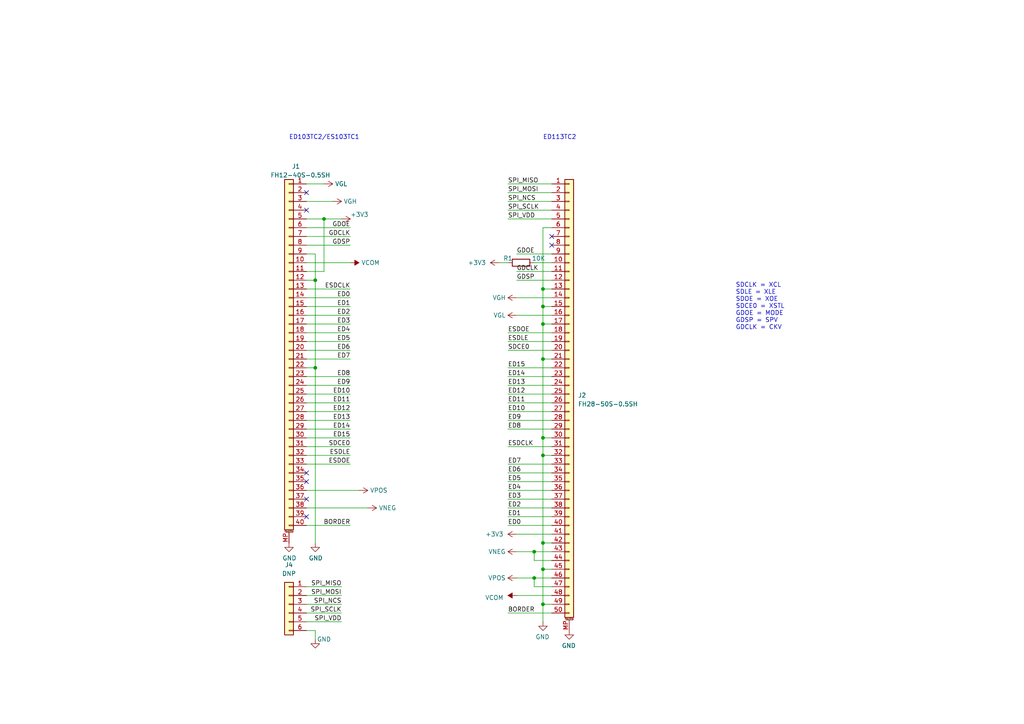
<source format=kicad_sch>
(kicad_sch (version 20231120) (generator "eeschema") (generator_version "8.0")
  (paper "A4")
  (lib_symbols
    (symbol "Connector_Generic:Conn_01x06" (pin_names (offset 1.016) hide)
      (property "Reference" "J" (at 0 7.62 0))
      (property "Value" "Conn_01x06" (at 0 -10.16 0))
      (symbol "Conn_01x06_1_1"
        (rectangle (start -1.27 -7.493) (end 0 -7.747) (stroke (width 0.1524)))
        (rectangle (start -1.27 -4.953) (end 0 -5.207) (stroke (width 0.1524)))
        (rectangle (start -1.27 -2.413) (end 0 -2.667) (stroke (width 0.1524)))
        (rectangle (start -1.27 0.127) (end 0 -0.127) (stroke (width 0.1524)))
        (rectangle (start -1.27 2.667) (end 0 2.413) (stroke (width 0.1524)))
        (rectangle (start -1.27 5.207) (end 0 4.953) (stroke (width 0.1524)))
        (rectangle (start -1.27 6.35) (end 1.27 -8.89) (stroke (width 0.254)) (fill (type background)))
        (pin passive line (at -5.08 5.08 0) (length 3.81) (name "Pin_1") (number "1"))
        (pin passive line (at -5.08 2.54 0) (length 3.81) (name "Pin_2") (number "2"))
        (pin passive line (at -5.08 0 0) (length 3.81) (name "Pin_3") (number "3"))
        (pin passive line (at -5.08 -2.54 0) (length 3.81) (name "Pin_4") (number "4"))
        (pin passive line (at -5.08 -5.08 0) (length 3.81) (name "Pin_5") (number "5"))
        (pin passive line (at -5.08 -7.62 0) (length 3.81) (name "Pin_6") (number "6"))
      )
    )
    (symbol "Connector_Generic_MountingPin:Conn_01x40_MountingPin" (pin_names (offset 1.016) hide)
      (property "Reference" "J" (at 0 50.8 0))
      (property "Value" "Conn_01x40_MountingPin" (at 1.27 -53.34 0))
      (symbol "Conn_01x40_MountingPin_1_1"
        (rectangle (start -1.27 -50.673) (end 0 -50.927) (stroke (width 0.1524)))
        (rectangle (start -1.27 -48.133) (end 0 -48.387) (stroke (width 0.1524)))
        (rectangle (start -1.27 -45.593) (end 0 -45.847) (stroke (width 0.1524)))
        (rectangle (start -1.27 -43.053) (end 0 -43.307) (stroke (width 0.1524)))
        (rectangle (start -1.27 -40.513) (end 0 -40.767) (stroke (width 0.1524)))
        (rectangle (start -1.27 -37.973) (end 0 -38.227) (stroke (width 0.1524)))
        (rectangle (start -1.27 -35.433) (end 0 -35.687) (stroke (width 0.1524)))
        (rectangle (start -1.27 -32.893) (end 0 -33.147) (stroke (width 0.1524)))
        (rectangle (start -1.27 -30.353) (end 0 -30.607) (stroke (width 0.1524)))
        (rectangle (start -1.27 -27.813) (end 0 -28.067) (stroke (width 0.1524)))
        (rectangle (start -1.27 -25.273) (end 0 -25.527) (stroke (width 0.1524)))
        (rectangle (start -1.27 -22.733) (end 0 -22.987) (stroke (width 0.1524)))
        (rectangle (start -1.27 -20.193) (end 0 -20.447) (stroke (width 0.1524)))
        (rectangle (start -1.27 -17.653) (end 0 -17.907) (stroke (width 0.1524)))
        (rectangle (start -1.27 -15.113) (end 0 -15.367) (stroke (width 0.1524)))
        (rectangle (start -1.27 -12.573) (end 0 -12.827) (stroke (width 0.1524)))
        (rectangle (start -1.27 -10.033) (end 0 -10.287) (stroke (width 0.1524)))
        (rectangle (start -1.27 -7.493) (end 0 -7.747) (stroke (width 0.1524)))
        (rectangle (start -1.27 -4.953) (end 0 -5.207) (stroke (width 0.1524)))
        (rectangle (start -1.27 -2.413) (end 0 -2.667) (stroke (width 0.1524)))
        (rectangle (start -1.27 0.127) (end 0 -0.127) (stroke (width 0.1524)))
        (rectangle (start -1.27 2.667) (end 0 2.413) (stroke (width 0.1524)))
        (rectangle (start -1.27 5.207) (end 0 4.953) (stroke (width 0.1524)))
        (rectangle (start -1.27 7.747) (end 0 7.493) (stroke (width 0.1524)))
        (rectangle (start -1.27 10.287) (end 0 10.033) (stroke (width 0.1524)))
        (rectangle (start -1.27 12.827) (end 0 12.573) (stroke (width 0.1524)))
        (rectangle (start -1.27 15.367) (end 0 15.113) (stroke (width 0.1524)))
        (rectangle (start -1.27 17.907) (end 0 17.653) (stroke (width 0.1524)))
        (rectangle (start -1.27 20.447) (end 0 20.193) (stroke (width 0.1524)))
        (rectangle (start -1.27 22.987) (end 0 22.733) (stroke (width 0.1524)))
        (rectangle (start -1.27 25.527) (end 0 25.273) (stroke (width 0.1524)))
        (rectangle (start -1.27 28.067) (end 0 27.813) (stroke (width 0.1524)))
        (rectangle (start -1.27 30.607) (end 0 30.353) (stroke (width 0.1524)))
        (rectangle (start -1.27 33.147) (end 0 32.893) (stroke (width 0.1524)))
        (rectangle (start -1.27 35.687) (end 0 35.433) (stroke (width 0.1524)))
        (rectangle (start -1.27 38.227) (end 0 37.973) (stroke (width 0.1524)))
        (rectangle (start -1.27 40.767) (end 0 40.513) (stroke (width 0.1524)))
        (rectangle (start -1.27 43.307) (end 0 43.053) (stroke (width 0.1524)))
        (rectangle (start -1.27 45.847) (end 0 45.593) (stroke (width 0.1524)))
        (rectangle (start -1.27 48.387) (end 0 48.133) (stroke (width 0.1524)))
        (rectangle (start -1.27 49.53) (end 1.27 -52.07) (stroke (width 0.254)) (fill (type background)))
        (polyline (pts (xy -1.016 -52.832) (xy 1.016 -52.832)) (stroke (width 0.1524)))
        (text "Mounting" (at 0 -52.451 0) (effects (font (size 0.381 0.381))))
        (pin passive line (at -5.08 48.26 0) (length 3.81) (name "Pin_1") (number "1"))
        (pin passive line (at -5.08 25.4 0) (length 3.81) (name "Pin_10") (number "10"))
        (pin passive line (at -5.08 22.86 0) (length 3.81) (name "Pin_11") (number "11"))
        (pin passive line (at -5.08 20.32 0) (length 3.81) (name "Pin_12") (number "12"))
        (pin passive line (at -5.08 17.78 0) (length 3.81) (name "Pin_13") (number "13"))
        (pin passive line (at -5.08 15.24 0) (length 3.81) (name "Pin_14") (number "14"))
        (pin passive line (at -5.08 12.7 0) (length 3.81) (name "Pin_15") (number "15"))
        (pin passive line (at -5.08 10.16 0) (length 3.81) (name "Pin_16") (number "16"))
        (pin passive line (at -5.08 7.62 0) (length 3.81) (name "Pin_17") (number "17"))
        (pin passive line (at -5.08 5.08 0) (length 3.81) (name "Pin_18") (number "18"))
        (pin passive line (at -5.08 2.54 0) (length 3.81) (name "Pin_19") (number "19"))
        (pin passive line (at -5.08 45.72 0) (length 3.81) (name "Pin_2") (number "2"))
        (pin passive line (at -5.08 0 0) (length 3.81) (name "Pin_20") (number "20"))
        (pin passive line (at -5.08 -2.54 0) (length 3.81) (name "Pin_21") (number "21"))
        (pin passive line (at -5.08 -5.08 0) (length 3.81) (name "Pin_22") (number "22"))
        (pin passive line (at -5.08 -7.62 0) (length 3.81) (name "Pin_23") (number "23"))
        (pin passive line (at -5.08 -10.16 0) (length 3.81) (name "Pin_24") (number "24"))
        (pin passive line (at -5.08 -12.7 0) (length 3.81) (name "Pin_25") (number "25"))
        (pin passive line (at -5.08 -15.24 0) (length 3.81) (name "Pin_26") (number "26"))
        (pin passive line (at -5.08 -17.78 0) (length 3.81) (name "Pin_27") (number "27"))
        (pin passive line (at -5.08 -20.32 0) (length 3.81) (name "Pin_28") (number "28"))
        (pin passive line (at -5.08 -22.86 0) (length 3.81) (name "Pin_29") (number "29"))
        (pin passive line (at -5.08 43.18 0) (length 3.81) (name "Pin_3") (number "3"))
        (pin passive line (at -5.08 -25.4 0) (length 3.81) (name "Pin_30") (number "30"))
        (pin passive line (at -5.08 -27.94 0) (length 3.81) (name "Pin_31") (number "31"))
        (pin passive line (at -5.08 -30.48 0) (length 3.81) (name "Pin_32") (number "32"))
        (pin passive line (at -5.08 -33.02 0) (length 3.81) (name "Pin_33") (number "33"))
        (pin passive line (at -5.08 -35.56 0) (length 3.81) (name "Pin_34") (number "34"))
        (pin passive line (at -5.08 -38.1 0) (length 3.81) (name "Pin_35") (number "35"))
        (pin passive line (at -5.08 -40.64 0) (length 3.81) (name "Pin_36") (number "36"))
        (pin passive line (at -5.08 -43.18 0) (length 3.81) (name "Pin_37") (number "37"))
        (pin passive line (at -5.08 -45.72 0) (length 3.81) (name "Pin_38") (number "38"))
        (pin passive line (at -5.08 -48.26 0) (length 3.81) (name "Pin_39") (number "39"))
        (pin passive line (at -5.08 40.64 0) (length 3.81) (name "Pin_4") (number "4"))
        (pin passive line (at -5.08 -50.8 0) (length 3.81) (name "Pin_40") (number "40"))
        (pin passive line (at -5.08 38.1 0) (length 3.81) (name "Pin_5") (number "5"))
        (pin passive line (at -5.08 35.56 0) (length 3.81) (name "Pin_6") (number "6"))
        (pin passive line (at -5.08 33.02 0) (length 3.81) (name "Pin_7") (number "7"))
        (pin passive line (at -5.08 30.48 0) (length 3.81) (name "Pin_8") (number "8"))
        (pin passive line (at -5.08 27.94 0) (length 3.81) (name "Pin_9") (number "9"))
        (pin passive line (at 0 -55.88 90) (length 3.048) (name "MountPin") (number "MP"))
      )
    )
    (symbol "Connector_Generic_MountingPin:Conn_01x50_MountingPin" (pin_names (offset 1.016) hide)
      (property "Reference" "J" (at 0 63.5 0))
      (property "Value" "Conn_01x50_MountingPin" (at 1.27 -66.04 0))
      (symbol "Conn_01x50_MountingPin_1_1"
        (rectangle (start -1.27 -63.373) (end 0 -63.627) (stroke (width 0.1524)))
        (rectangle (start -1.27 -60.833) (end 0 -61.087) (stroke (width 0.1524)))
        (rectangle (start -1.27 -58.293) (end 0 -58.547) (stroke (width 0.1524)))
        (rectangle (start -1.27 -55.753) (end 0 -56.007) (stroke (width 0.1524)))
        (rectangle (start -1.27 -53.213) (end 0 -53.467) (stroke (width 0.1524)))
        (rectangle (start -1.27 -50.673) (end 0 -50.927) (stroke (width 0.1524)))
        (rectangle (start -1.27 -48.133) (end 0 -48.387) (stroke (width 0.1524)))
        (rectangle (start -1.27 -45.593) (end 0 -45.847) (stroke (width 0.1524)))
        (rectangle (start -1.27 -43.053) (end 0 -43.307) (stroke (width 0.1524)))
        (rectangle (start -1.27 -40.513) (end 0 -40.767) (stroke (width 0.1524)))
        (rectangle (start -1.27 -37.973) (end 0 -38.227) (stroke (width 0.1524)))
        (rectangle (start -1.27 -35.433) (end 0 -35.687) (stroke (width 0.1524)))
        (rectangle (start -1.27 -32.893) (end 0 -33.147) (stroke (width 0.1524)))
        (rectangle (start -1.27 -30.353) (end 0 -30.607) (stroke (width 0.1524)))
        (rectangle (start -1.27 -27.813) (end 0 -28.067) (stroke (width 0.1524)))
        (rectangle (start -1.27 -25.273) (end 0 -25.527) (stroke (width 0.1524)))
        (rectangle (start -1.27 -22.733) (end 0 -22.987) (stroke (width 0.1524)))
        (rectangle (start -1.27 -20.193) (end 0 -20.447) (stroke (width 0.1524)))
        (rectangle (start -1.27 -17.653) (end 0 -17.907) (stroke (width 0.1524)))
        (rectangle (start -1.27 -15.113) (end 0 -15.367) (stroke (width 0.1524)))
        (rectangle (start -1.27 -12.573) (end 0 -12.827) (stroke (width 0.1524)))
        (rectangle (start -1.27 -10.033) (end 0 -10.287) (stroke (width 0.1524)))
        (rectangle (start -1.27 -7.493) (end 0 -7.747) (stroke (width 0.1524)))
        (rectangle (start -1.27 -4.953) (end 0 -5.207) (stroke (width 0.1524)))
        (rectangle (start -1.27 -2.413) (end 0 -2.667) (stroke (width 0.1524)))
        (rectangle (start -1.27 0.127) (end 0 -0.127) (stroke (width 0.1524)))
        (rectangle (start -1.27 2.667) (end 0 2.413) (stroke (width 0.1524)))
        (rectangle (start -1.27 5.207) (end 0 4.953) (stroke (width 0.1524)))
        (rectangle (start -1.27 7.747) (end 0 7.493) (stroke (width 0.1524)))
        (rectangle (start -1.27 10.287) (end 0 10.033) (stroke (width 0.1524)))
        (rectangle (start -1.27 12.827) (end 0 12.573) (stroke (width 0.1524)))
        (rectangle (start -1.27 15.367) (end 0 15.113) (stroke (width 0.1524)))
        (rectangle (start -1.27 17.907) (end 0 17.653) (stroke (width 0.1524)))
        (rectangle (start -1.27 20.447) (end 0 20.193) (stroke (width 0.1524)))
        (rectangle (start -1.27 22.987) (end 0 22.733) (stroke (width 0.1524)))
        (rectangle (start -1.27 25.527) (end 0 25.273) (stroke (width 0.1524)))
        (rectangle (start -1.27 28.067) (end 0 27.813) (stroke (width 0.1524)))
        (rectangle (start -1.27 30.607) (end 0 30.353) (stroke (width 0.1524)))
        (rectangle (start -1.27 33.147) (end 0 32.893) (stroke (width 0.1524)))
        (rectangle (start -1.27 35.687) (end 0 35.433) (stroke (width 0.1524)))
        (rectangle (start -1.27 38.227) (end 0 37.973) (stroke (width 0.1524)))
        (rectangle (start -1.27 40.767) (end 0 40.513) (stroke (width 0.1524)))
        (rectangle (start -1.27 43.307) (end 0 43.053) (stroke (width 0.1524)))
        (rectangle (start -1.27 45.847) (end 0 45.593) (stroke (width 0.1524)))
        (rectangle (start -1.27 48.387) (end 0 48.133) (stroke (width 0.1524)))
        (rectangle (start -1.27 50.927) (end 0 50.673) (stroke (width 0.1524)))
        (rectangle (start -1.27 53.467) (end 0 53.213) (stroke (width 0.1524)))
        (rectangle (start -1.27 56.007) (end 0 55.753) (stroke (width 0.1524)))
        (rectangle (start -1.27 58.547) (end 0 58.293) (stroke (width 0.1524)))
        (rectangle (start -1.27 61.087) (end 0 60.833) (stroke (width 0.1524)))
        (rectangle (start -1.27 62.23) (end 1.27 -64.77) (stroke (width 0.254)) (fill (type background)))
        (polyline (pts (xy -1.016 -65.532) (xy 1.016 -65.532)) (stroke (width 0.1524)))
        (text "Mounting" (at 0 -65.151 0) (effects (font (size 0.381 0.381))))
        (pin passive line (at -5.08 60.96 0) (length 3.81) (name "Pin_1") (number "1"))
        (pin passive line (at -5.08 38.1 0) (length 3.81) (name "Pin_10") (number "10"))
        (pin passive line (at -5.08 35.56 0) (length 3.81) (name "Pin_11") (number "11"))
        (pin passive line (at -5.08 33.02 0) (length 3.81) (name "Pin_12") (number "12"))
        (pin passive line (at -5.08 30.48 0) (length 3.81) (name "Pin_13") (number "13"))
        (pin passive line (at -5.08 27.94 0) (length 3.81) (name "Pin_14") (number "14"))
        (pin passive line (at -5.08 25.4 0) (length 3.81) (name "Pin_15") (number "15"))
        (pin passive line (at -5.08 22.86 0) (length 3.81) (name "Pin_16") (number "16"))
        (pin passive line (at -5.08 20.32 0) (length 3.81) (name "Pin_17") (number "17"))
        (pin passive line (at -5.08 17.78 0) (length 3.81) (name "Pin_18") (number "18"))
        (pin passive line (at -5.08 15.24 0) (length 3.81) (name "Pin_19") (number "19"))
        (pin passive line (at -5.08 58.42 0) (length 3.81) (name "Pin_2") (number "2"))
        (pin passive line (at -5.08 12.7 0) (length 3.81) (name "Pin_20") (number "20"))
        (pin passive line (at -5.08 10.16 0) (length 3.81) (name "Pin_21") (number "21"))
        (pin passive line (at -5.08 7.62 0) (length 3.81) (name "Pin_22") (number "22"))
        (pin passive line (at -5.08 5.08 0) (length 3.81) (name "Pin_23") (number "23"))
        (pin passive line (at -5.08 2.54 0) (length 3.81) (name "Pin_24") (number "24"))
        (pin passive line (at -5.08 0 0) (length 3.81) (name "Pin_25") (number "25"))
        (pin passive line (at -5.08 -2.54 0) (length 3.81) (name "Pin_26") (number "26"))
        (pin passive line (at -5.08 -5.08 0) (length 3.81) (name "Pin_27") (number "27"))
        (pin passive line (at -5.08 -7.62 0) (length 3.81) (name "Pin_28") (number "28"))
        (pin passive line (at -5.08 -10.16 0) (length 3.81) (name "Pin_29") (number "29"))
        (pin passive line (at -5.08 55.88 0) (length 3.81) (name "Pin_3") (number "3"))
        (pin passive line (at -5.08 -12.7 0) (length 3.81) (name "Pin_30") (number "30"))
        (pin passive line (at -5.08 -15.24 0) (length 3.81) (name "Pin_31") (number "31"))
        (pin passive line (at -5.08 -17.78 0) (length 3.81) (name "Pin_32") (number "32"))
        (pin passive line (at -5.08 -20.32 0) (length 3.81) (name "Pin_33") (number "33"))
        (pin passive line (at -5.08 -22.86 0) (length 3.81) (name "Pin_34") (number "34"))
        (pin passive line (at -5.08 -25.4 0) (length 3.81) (name "Pin_35") (number "35"))
        (pin passive line (at -5.08 -27.94 0) (length 3.81) (name "Pin_36") (number "36"))
        (pin passive line (at -5.08 -30.48 0) (length 3.81) (name "Pin_37") (number "37"))
        (pin passive line (at -5.08 -33.02 0) (length 3.81) (name "Pin_38") (number "38"))
        (pin passive line (at -5.08 -35.56 0) (length 3.81) (name "Pin_39") (number "39"))
        (pin passive line (at -5.08 53.34 0) (length 3.81) (name "Pin_4") (number "4"))
        (pin passive line (at -5.08 -38.1 0) (length 3.81) (name "Pin_40") (number "40"))
        (pin passive line (at -5.08 -40.64 0) (length 3.81) (name "Pin_41") (number "41"))
        (pin passive line (at -5.08 -43.18 0) (length 3.81) (name "Pin_42") (number "42"))
        (pin passive line (at -5.08 -45.72 0) (length 3.81) (name "Pin_43") (number "43"))
        (pin passive line (at -5.08 -48.26 0) (length 3.81) (name "Pin_44") (number "44"))
        (pin passive line (at -5.08 -50.8 0) (length 3.81) (name "Pin_45") (number "45"))
        (pin passive line (at -5.08 -53.34 0) (length 3.81) (name "Pin_46") (number "46"))
        (pin passive line (at -5.08 -55.88 0) (length 3.81) (name "Pin_47") (number "47"))
        (pin passive line (at -5.08 -58.42 0) (length 3.81) (name "Pin_48") (number "48"))
        (pin passive line (at -5.08 -60.96 0) (length 3.81) (name "Pin_49") (number "49"))
        (pin passive line (at -5.08 50.8 0) (length 3.81) (name "Pin_5") (number "5"))
        (pin passive line (at -5.08 -63.5 0) (length 3.81) (name "Pin_50") (number "50"))
        (pin passive line (at -5.08 48.26 0) (length 3.81) (name "Pin_6") (number "6"))
        (pin passive line (at -5.08 45.72 0) (length 3.81) (name "Pin_7") (number "7"))
        (pin passive line (at -5.08 43.18 0) (length 3.81) (name "Pin_8") (number "8"))
        (pin passive line (at -5.08 40.64 0) (length 3.81) (name "Pin_9") (number "9"))
        (pin passive line (at 0 -68.58 90) (length 3.048) (name "MountPin") (number "MP"))
      )
    )
    (symbol "Device:R" (pin_numbers hide) (pin_names (offset 0))
      (property "Reference" "R" (at 2.032 0 90))
      (property "Value" "R" (at 0 0 90))
      (symbol "R_0_1"
        (rectangle (start -1.016 -2.54) (end 1.016 2.54) (stroke (width 0.254)))
      )
      (symbol "R_1_1"
        (pin passive line (at 0 3.81 270) (length 1.27) (name "~") (number "1"))
        (pin passive line (at 0 -3.81 90) (length 1.27) (name "~") (number "2"))
      )
    )
    (symbol "power:+3V3" (power) (pin_names (offset 0))
      (property "Value" "+3V3" (at 0 3.556 0))
      (symbol "+3V3_0_1"
        (polyline (pts (xy -0.762 1.27) (xy 0 2.54)))
        (polyline (pts (xy 0 0) (xy 0 2.54)))
        (polyline (pts (xy 0 2.54) (xy 0.762 1.27)))
      )
      (symbol "+3V3_1_1"
        (pin power_in line (at 0 0 90) (length 0) hide (name "+3V3") (number "1"))
      )
    )
    (symbol "power:GND" (power) (pin_names (offset 0))
      (property "Value" "GND" (at 0 -3.81 0))
      (symbol "GND_0_1"
        (polyline (pts (xy 0 0) (xy 0 -1.27) (xy 1.27 -1.27) (xy 0 -2.54) (xy -1.27 -1.27) (xy 0 -1.27)))
      )
      (symbol "GND_1_1"
        (pin power_in line (at 0 0 270) (length 0) hide (name "GND") (number "1"))
      )
    )
    (symbol "power:VCOM" (power) (pin_names (offset 0))
      (property "Value" "VCOM" (at 0 3.81 0))
      (symbol "VCOM_0_1"
        (polyline (pts (xy 0 0) (xy 0 2.54)))
        (polyline (pts (xy 0.762 1.27) (xy -0.762 1.27) (xy 0 2.54) (xy 0.762 1.27)) (fill (type outline)))
      )
      (symbol "VCOM_1_1"
        (pin power_in line (at 0 0 90) (length 0) hide (name "VCOM") (number "1"))
      )
    )
    (symbol "symbols:VGH" (power) (pin_names (offset 0))
      (property "Value" "VGH" (at 0 3.556 0))
      (symbol "VGH_0_1"
        (polyline (pts (xy -0.762 1.27) (xy 0 2.54)))
        (polyline (pts (xy 0 0) (xy 0 2.54)))
        (polyline (pts (xy 0 2.54) (xy 0.762 1.27)))
      )
      (symbol "VGH_1_1"
        (pin power_in line (at 0 0 90) (length 0) hide (name "VGH") (number "1"))
      )
    )
    (symbol "symbols:VGL" (power) (pin_names (offset 0))
      (property "Value" "VGL" (at 0 3.556 0))
      (symbol "VGL_0_1"
        (polyline (pts (xy -0.762 1.27) (xy 0 2.54)))
        (polyline (pts (xy 0 0) (xy 0 2.54)))
        (polyline (pts (xy 0 2.54) (xy 0.762 1.27)))
      )
      (symbol "VGL_1_1"
        (pin power_in line (at 0 0 90) (length 0) hide (name "VGL") (number "1"))
      )
    )
    (symbol "symbols:VNEG" (power) (pin_names (offset 0))
      (property "Value" "VNEG" (at 0 3.556 0))
      (symbol "VNEG_0_1"
        (polyline (pts (xy -0.762 1.27) (xy 0 2.54)))
        (polyline (pts (xy 0 0) (xy 0 2.54)))
        (polyline (pts (xy 0 2.54) (xy 0.762 1.27)))
      )
      (symbol "VNEG_1_1"
        (pin power_in line (at 0 0 90) (length 0) hide (name "VNEG") (number "1"))
      )
    )
    (symbol "symbols:VPOS" (power) (pin_names (offset 0))
      (property "Value" "VPOS" (at 0 3.556 0))
      (symbol "VPOS_0_1"
        (polyline (pts (xy -0.762 1.27) (xy 0 2.54)))
        (polyline (pts (xy 0 0) (xy 0 2.54)))
        (polyline (pts (xy 0 2.54) (xy 0.762 1.27)))
      )
      (symbol "VPOS_1_1"
        (pin power_in line (at 0 0 90) (length 0) hide (name "VPOS") (number "1"))
      )
    )
  )
  (junction (at 157.48 127))
  (junction (at 157.48 175.26))
  (junction (at 157.48 83.82))
  (junction (at 157.48 88.9))
  (junction (at 157.48 165.1))
  (junction (at 91.44 81.28) (diameter 0.9144))
  (junction (at 154.94 160.02))
  (junction (at 154.94 167.64))
  (junction (at 157.48 157.48))
  (junction (at 157.48 132.08))
  (junction (at 93.98 63.5))
  (junction (at 91.44 106.68) (diameter 0.9144))
  (junction (at 157.48 104.14))
  (junction (at 157.48 93.98))
  (no_connect (at 88.9 137.16))
  (no_connect (at 88.9 144.78))
  (no_connect (at 88.9 55.88))
  (no_connect (at 160.02 68.58))
  (no_connect (at 160.02 71.12))
  (no_connect (at 88.9 139.7))
  (no_connect (at 88.9 149.86))
  (no_connect (at 88.9 60.96))
  (wire (pts (xy 99.06 177.8) (xy 88.9 177.8)))
  (wire (pts (xy 147.32 147.32) (xy 160.02 147.32)))
  (wire (pts (xy 157.48 83.82) (xy 157.48 88.9)))
  (wire (pts (xy 149.86 172.72) (xy 160.02 172.72)))
  (wire (pts (xy 106.68 147.32) (xy 88.9 147.32)))
  (wire (pts (xy 157.48 127) (xy 160.02 127)))
  (wire (pts (xy 147.32 99.06) (xy 160.02 99.06)))
  (wire (pts (xy 88.9 71.12) (xy 101.6 71.12)))
  (wire (pts (xy 88.9 86.36) (xy 101.6 86.36)))
  (wire (pts (xy 147.32 114.3) (xy 160.02 114.3)))
  (wire (pts (xy 147.32 119.38) (xy 160.02 119.38)))
  (wire (pts (xy 88.9 101.6) (xy 101.6 101.6)))
  (wire (pts (xy 157.48 165.1) (xy 160.02 165.1)))
  (wire (pts (xy 101.6 152.4) (xy 88.9 152.4)))
  (wire (pts (xy 88.9 104.14) (xy 101.6 104.14)))
  (wire (pts (xy 88.9 96.52) (xy 101.6 96.52)))
  (wire (pts (xy 88.9 88.9) (xy 101.6 88.9)))
  (wire (pts (xy 154.94 162.56) (xy 154.94 160.02)))
  (wire (pts (xy 157.48 66.04) (xy 157.48 83.82)))
  (wire (pts (xy 157.48 175.26) (xy 160.02 175.26)))
  (wire (pts (xy 88.9 116.84) (xy 101.6 116.84)))
  (wire (pts (xy 91.44 182.88) (xy 91.44 185.42)))
  (wire (pts (xy 157.48 165.1) (xy 157.48 175.26)))
  (wire (pts (xy 88.9 129.54) (xy 101.6 129.54)))
  (wire (pts (xy 147.32 152.4) (xy 160.02 152.4)))
  (wire (pts (xy 88.9 124.46) (xy 101.6 124.46)))
  (wire (pts (xy 147.32 116.84) (xy 160.02 116.84)))
  (wire (pts (xy 157.48 157.48) (xy 160.02 157.48)))
  (wire (pts (xy 88.9 121.92) (xy 101.6 121.92)))
  (wire (pts (xy 147.32 96.52) (xy 160.02 96.52)))
  (wire (pts (xy 157.48 175.26) (xy 157.48 180.34)))
  (wire (pts (xy 157.48 127) (xy 157.48 132.08)))
  (wire (pts (xy 88.9 109.22) (xy 101.6 109.22)))
  (wire (pts (xy 147.32 129.54) (xy 160.02 129.54)))
  (wire (pts (xy 160.02 66.04) (xy 157.48 66.04)))
  (wire (pts (xy 147.32 139.7) (xy 160.02 139.7)))
  (wire (pts (xy 147.32 106.68) (xy 160.02 106.68)))
  (wire (pts (xy 99.06 170.18) (xy 88.9 170.18)))
  (wire (pts (xy 157.48 93.98) (xy 157.48 104.14)))
  (wire (pts (xy 157.48 88.9) (xy 157.48 93.98)))
  (wire (pts (xy 157.48 132.08) (xy 157.48 157.48)))
  (wire (pts (xy 88.9 119.38) (xy 101.6 119.38)))
  (wire (pts (xy 88.9 111.76) (xy 101.6 111.76)))
  (wire (pts (xy 154.94 170.18) (xy 154.94 167.64)))
  (wire (pts (xy 147.32 63.5) (xy 160.02 63.5)))
  (wire (pts (xy 93.98 53.34) (xy 88.9 53.34)))
  (wire (pts (xy 147.32 177.8) (xy 160.02 177.8)))
  (wire (pts (xy 144.78 76.2) (xy 147.32 76.2)))
  (wire (pts (xy 88.9 68.58) (xy 101.6 68.58)))
  (wire (pts (xy 147.32 101.6) (xy 160.02 101.6)))
  (wire (pts (xy 91.44 81.28) (xy 88.9 81.28)))
  (wire (pts (xy 88.9 127) (xy 101.6 127)))
  (wire (pts (xy 160.02 73.66) (xy 149.86 73.66)))
  (wire (pts (xy 88.9 134.62) (xy 101.6 134.62)))
  (wire (pts (xy 157.48 132.08) (xy 160.02 132.08)))
  (wire (pts (xy 147.32 55.88) (xy 160.02 55.88)))
  (wire (pts (xy 149.86 154.94) (xy 160.02 154.94)))
  (wire (pts (xy 104.14 142.24) (xy 88.9 142.24)))
  (wire (pts (xy 88.9 99.06) (xy 101.6 99.06)))
  (wire (pts (xy 91.44 73.66) (xy 91.44 81.28)))
  (wire (pts (xy 88.9 73.66) (xy 91.44 73.66)))
  (wire (pts (xy 88.9 83.82) (xy 101.6 83.82)))
  (wire (pts (xy 88.9 114.3) (xy 101.6 114.3)))
  (wire (pts (xy 88.9 78.74) (xy 93.98 78.74)))
  (wire (pts (xy 157.48 157.48) (xy 157.48 165.1)))
  (wire (pts (xy 147.32 137.16) (xy 160.02 137.16)))
  (wire (pts (xy 160.02 81.28) (xy 149.86 81.28)))
  (wire (pts (xy 147.32 53.34) (xy 160.02 53.34)))
  (wire (pts (xy 154.94 160.02) (xy 160.02 160.02)))
  (wire (pts (xy 154.94 76.2) (xy 160.02 76.2)))
  (wire (pts (xy 99.06 175.26) (xy 88.9 175.26)))
  (wire (pts (xy 88.9 93.98) (xy 101.6 93.98)))
  (wire (pts (xy 149.86 91.44) (xy 160.02 91.44)))
  (wire (pts (xy 101.6 76.2) (xy 88.9 76.2)))
  (wire (pts (xy 157.48 104.14) (xy 157.48 127)))
  (wire (pts (xy 93.98 78.74) (xy 93.98 63.5)))
  (wire (pts (xy 149.86 86.36) (xy 160.02 86.36)))
  (wire (pts (xy 147.32 60.96) (xy 160.02 60.96)))
  (wire (pts (xy 157.48 104.14) (xy 160.02 104.14)))
  (wire (pts (xy 96.52 58.42) (xy 88.9 58.42)))
  (wire (pts (xy 147.32 144.78) (xy 160.02 144.78)))
  (wire (pts (xy 160.02 170.18) (xy 154.94 170.18)))
  (wire (pts (xy 88.9 132.08) (xy 101.6 132.08)))
  (wire (pts (xy 147.32 149.86) (xy 160.02 149.86)))
  (wire (pts (xy 160.02 162.56) (xy 154.94 162.56)))
  (wire (pts (xy 147.32 111.76) (xy 160.02 111.76)))
  (wire (pts (xy 99.06 63.5) (xy 93.98 63.5)))
  (wire (pts (xy 154.94 167.64) (xy 160.02 167.64)))
  (wire (pts (xy 160.02 78.74) (xy 149.86 78.74)))
  (wire (pts (xy 93.98 63.5) (xy 88.9 63.5)))
  (wire (pts (xy 88.9 66.04) (xy 101.6 66.04)))
  (wire (pts (xy 99.06 172.72) (xy 88.9 172.72)))
  (wire (pts (xy 91.44 81.28) (xy 91.44 106.68)))
  (wire (pts (xy 91.44 106.68) (xy 91.44 157.48)))
  (wire (pts (xy 147.32 121.92) (xy 160.02 121.92)))
  (wire (pts (xy 99.06 180.34) (xy 88.9 180.34)))
  (wire (pts (xy 149.86 167.64) (xy 154.94 167.64)))
  (wire (pts (xy 157.48 93.98) (xy 160.02 93.98)))
  (wire (pts (xy 88.9 91.44) (xy 101.6 91.44)))
  (wire (pts (xy 147.32 134.62) (xy 160.02 134.62)))
  (wire (pts (xy 88.9 182.88) (xy 91.44 182.88)))
  (wire (pts (xy 91.44 106.68) (xy 88.9 106.68)))
  (wire (pts (xy 147.32 142.24) (xy 160.02 142.24)))
  (wire (pts (xy 157.48 83.82) (xy 160.02 83.82)))
  (wire (pts (xy 147.32 109.22) (xy 160.02 109.22)))
  (wire (pts (xy 147.32 124.46) (xy 160.02 124.46)))
  (wire (pts (xy 147.32 58.42) (xy 160.02 58.42)))
  (wire (pts (xy 157.48 88.9) (xy 160.02 88.9)))
  (wire (pts (xy 149.86 160.02) (xy 154.94 160.02)))
  (text "SDCLK = XCL\nSDLE = XLE\nSDOE = XOE\nSDCE0 = XSTL\nGDOE = MODE\nGDSP = SPV\nGDCLK = CKV" (at 213.36 88.9 0) (effects (font (size 1.27 1.27)) (justify left)))
  (text "ED103TC2/ES103TC1" (at 83.82 40.64 0) (effects (font (size 1.27 1.27)) (justify left bottom)))
  (text "ED113TC2" (at 157.48 40.64 0) (effects (font (size 1.27 1.27)) (justify left bottom)))
  (label "BORDER" (at 147.32 177.8 0))
  (label "ED10" (at 101.6 114.3 180))
  (label "ED3" (at 147.32 144.78 0))
  (label "ESDOE" (at 101.6 134.62 180))
  (label "SPI_NCS" (at 147.32 58.42 0))
  (label "GDSP" (at 149.86 81.28 0))
  (label "ED4" (at 147.32 142.24 0))
  (label "ED2" (at 147.32 147.32 0))
  (label "ED14" (at 147.32 109.22 0))
  (label "ED15" (at 101.6 127 180))
  (label "SPI_VDD" (at 99.06 180.34 180))
  (label "SPI_MISO" (at 147.32 53.34 0))
  (label "ED12" (at 101.6 119.38 180))
  (label "ESDOE" (at 147.32 96.52 0))
  (label "ESDCLK" (at 101.6 83.82 180))
  (label "ED2" (at 101.6 91.44 180))
  (label "ED12" (at 147.32 114.3 0))
  (label "GDOE" (at 101.6 66.04 180))
  (label "ED13" (at 147.32 111.76 0))
  (label "ED7" (at 147.32 134.62 0))
  (label "SPI_SCLK" (at 99.06 177.8 180))
  (label "ED11" (at 101.6 116.84 180))
  (label "ED13" (at 101.6 121.92 180))
  (label "ED5" (at 147.32 139.7 0))
  (label "BORDER" (at 101.6 152.4 180))
  (label "ED10" (at 147.32 119.38 0))
  (label "ED3" (at 101.6 93.98 180))
  (label "ESDLE" (at 147.32 99.06 0))
  (label "ESDCLK" (at 147.32 129.54 0))
  (label "ED9" (at 147.32 121.92 0))
  (label "ED4" (at 101.6 96.52 180))
  (label "GDSP" (at 101.6 71.12 180))
  (label "SPI_MOSI" (at 147.32 55.88 0))
  (label "SPI_SCLK" (at 147.32 60.96 0))
  (label "ED1" (at 147.32 149.86 0))
  (label "ED15" (at 147.32 106.68 0))
  (label "ED9" (at 101.6 111.76 180))
  (label "ESDLE" (at 101.6 132.08 180))
  (label "SPI_MOSI" (at 99.06 172.72 180))
  (label "ED1" (at 101.6 88.9 180))
  (label "GDCLK" (at 149.86 78.74 0))
  (label "ED14" (at 101.6 124.46 180))
  (label "SDCE0" (at 101.6 129.54 180))
  (label "GDCLK" (at 101.6 68.58 180))
  (label "ED5" (at 101.6 99.06 180))
  (label "SPI_NCS" (at 99.06 175.26 180))
  (label "SPI_VDD" (at 147.32 63.5 0))
  (label "SDCE0" (at 147.32 101.6 0))
  (label "ED6" (at 101.6 101.6 180))
  (label "SPI_MISO" (at 99.06 170.18 180))
  (label "ED11" (at 147.32 116.84 0))
  (label "ED0" (at 101.6 86.36 180))
  (label "GDOE" (at 149.86 73.66 0))
  (label "ED6" (at 147.32 137.16 0))
  (label "ED0" (at 147.32 152.4 0))
  (label "ED8" (at 101.6 109.22 180))
  (label "ED8" (at 147.32 124.46 0))
  (label "ED7" (at 101.6 104.14 180))
  (symbol (lib_id "power:+3V3") (at 149.86 154.94 90) (unit 1)
    (property "Reference" "#PWR023" (effects (hide yes)))
    (property "Value" "+3V3" (at 146.05 154.9399 90) (effects (justify left)))
  )
  (symbol (lib_id "power:GND") (at 91.44 185.42 0) (mirror y) (unit 1)
    (property "Reference" "#PWR010" (effects (hide yes)))
    (property "Value" "GND" (at 93.98 185.42 0))
  )
  (symbol (lib_id "power:GND") (at 165.1 182.88 0) (mirror y) (unit 1)
    (property "Reference" "#PWR04" (effects (hide yes)))
    (property "Value" "GND" (at 164.973 187.2742 0))
  )
  (symbol (lib_id "power:+3V3") (at 99.06 63.5 270) (unit 1)
    (property "Reference" "#PWR?" (effects (hide yes)))
    (property "Value" "+3V3" (at 101.6 62.23 90) (effects (justify left)))
  )
  (symbol (lib_id "power:VCOM") (at 149.86 172.72 90) (unit 1)
    (property "Reference" "#PWR024" (effects (hide yes)))
    (property "Value" "VCOM" (at 146.05 173.3549 90) (effects (justify left)))
  )
  (symbol (lib_id "Connector_Generic:Conn_01x06") (at 83.82 175.26 0) (mirror y) (unit 1)
    (property "Reference" "J4" (at 83.82 163.83 0))
    (property "Value" "DNP" (at 83.82 166.37 0))
    (property "Footprint" "Connector_PinHeader_2.54mm:PinHeader_1x06_P2.54mm_Vertical" (effects (hide yes)))
    (property "Description" "Generic connector, single row, 01x06, script generated (kicad-library-utils/schlib/autogen/connector/)" (effects (hide yes)))
  )
  (symbol (lib_id "symbols:VGL") (at 149.86 91.44 90) (unit 1)
    (property "Reference" "#PWR026" (effects (hide yes)))
    (property "Value" "VGL" (at 146.685 91.4399 90) (effects (justify left)))
  )
  (symbol (lib_id "symbols:VGH") (at 149.86 86.36 90) (unit 1)
    (property "Reference" "#PWR025" (effects (hide yes)))
    (property "Value" "VGH" (at 144.78 86.36 90))
  )
  (symbol (lib_id "symbols:VGL") (at 93.98 53.34 270) (mirror x) (unit 1)
    (property "Reference" "#PWR03" (effects (hide yes)))
    (property "Value" "VGL" (at 97.155 53.3399 90) (effects (justify left)))
  )
  (symbol (lib_id "symbols:VGH") (at 96.52 58.42 270) (mirror x) (unit 1)
    (property "Reference" "#PWR05" (effects (hide yes)))
    (property "Value" "VGH" (at 101.6 58.42 90))
  )
  (symbol (lib_id "symbols:VNEG") (at 106.68 147.32 270) (mirror x) (unit 1)
    (property "Reference" "#PWR09" (effects (hide yes)))
    (property "Value" "VNEG" (at 112.395 147.32 90))
  )
  (symbol (lib_id "power:GND") (at 157.48 180.34 0) (mirror y) (unit 1)
    (property "Reference" "#PWR06" (effects (hide yes)))
    (property "Value" "GND" (at 157.353 184.7342 0))
  )
  (symbol (lib_id "Device:R") (at 151.13 76.2 90) (unit 1)
    (property "Reference" "R1" (at 147.32 74.93 90))
    (property "Value" "10K" (at 156.21 74.93 90))
    (property "Footprint" "Resistor_SMD:R_0402_1005Metric" (effects (hide yes)))
    (property "Description" "Resistor" (effects (hide yes)))
  )
  (symbol (lib_id "symbols:VPOS") (at 149.86 167.64 90) (unit 1)
    (property "Reference" "#PWR022" (effects (hide yes)))
    (property "Value" "VPOS" (at 146.685 167.6399 90) (effects (justify left)))
  )
  (symbol (lib_id "power:+3V3") (at 144.78 76.2 90) (unit 1)
    (property "Reference" "#PWR011" (effects (hide yes)))
    (property "Value" "+3V3" (at 140.97 76.1999 90) (effects (justify left)))
  )
  (symbol (lib_id "symbols:VNEG") (at 149.86 160.02 90) (unit 1)
    (property "Reference" "#PWR021" (effects (hide yes)))
    (property "Value" "VNEG" (at 144.145 160.02 90))
  )
  (symbol (lib_id "symbols:VPOS") (at 104.14 142.24 270) (mirror x) (unit 1)
    (property "Reference" "#PWR08" (effects (hide yes)))
    (property "Value" "VPOS" (at 107.315 142.2399 90) (effects (justify left)))
  )
  (symbol (lib_id "power:GND") (at 83.82 157.48 0) (unit 1)
    (property "Reference" "#PWR01" (effects (hide yes)))
    (property "Value" "GND" (at 83.947 161.8742 0))
  )
  (symbol (lib_id "power:GND") (at 91.44 157.48 0) (unit 1)
    (property "Reference" "#PWR02" (effects (hide yes)))
    (property "Value" "GND" (at 91.567 161.8742 0))
  )
  (symbol (lib_id "Connector_Generic_MountingPin:Conn_01x50_MountingPin") (at 165.1 114.3 0) (unit 1)
    (property "Reference" "J2" (at 167.64 114.6555 0) (effects (justify left)))
    (property "Value" "FH28-50S-0.5SH" (at 167.64 117.1955 0) (effects (justify left)))
    (property "Footprint" "Connector_FFC-FPC:Hirose_FH12-50S-0.5SH_1x50-1MP_P0.50mm_Horizontal" (effects (hide yes)))
    (property "Description" "\"Generic connectable mounting pin connector, single row, 01x50, script generated\"" (effects (hide yes)))
  )
  (symbol (lib_id "power:VCOM") (at 101.6 76.2 270) (mirror x) (unit 1)
    (property "Reference" "#PWR07" (effects (hide yes)))
    (property "Value" "VCOM" (at 104.775 76.1999 90) (effects (justify left)))
  )
  (symbol (lib_id "Connector_Generic_MountingPin:Conn_01x40_MountingPin") (at 83.82 101.6 0) (mirror y) (unit 1)
    (property "Reference" "J1" (at 85.852 48.26 0))
    (property "Value" "FH12-40S-0.5SH" (at 87.122 50.8 0))
    (property "Footprint" "footprints:Hirose_FH12-40S-0.5SH_1x40-1MP_P0.50mm_Horizontal_Reversed" (effects (hide yes)))
  )
)
</source>
